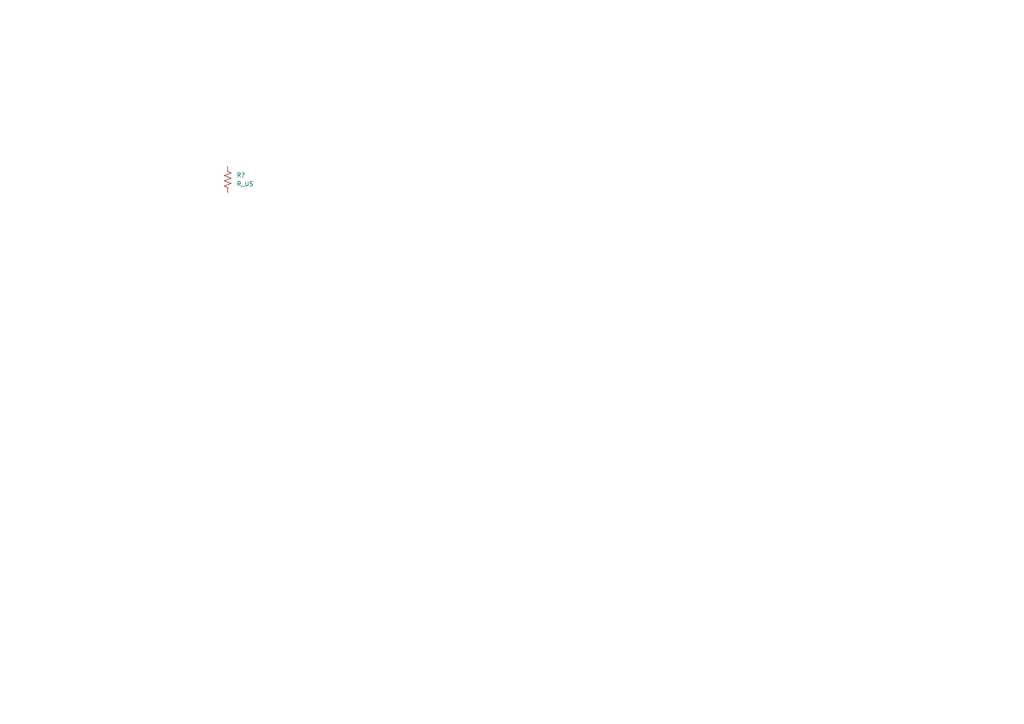
<source format=kicad_sch>
(kicad_sch (version 20231120) (generator "eeschema") (generator_version "8.0")
  (paper "A4")
  (lib_symbols
    (symbol "Device:R_US" (pin_numbers hide) (pin_names (offset 0))
      (property "Reference" "R" (at 2.54 0 90))
      (property "Value" "R_US" (at -2.54 0 90))
      (symbol "R_US_0_1"
        (polyline (pts (xy 0 -2.286) (xy 0 -2.54)))
        (polyline (pts (xy 0 2.286) (xy 0 2.54)))
        (polyline (pts (xy 0 -0.762) (xy 1.016 -1.143) (xy 0 -1.524) (xy -1.016 -1.905) (xy 0 -2.286)))
        (polyline (pts (xy 0 0.762) (xy 1.016 0.381) (xy 0 0) (xy -1.016 -0.381) (xy 0 -0.762)))
        (polyline (pts (xy 0 2.286) (xy 1.016 1.905) (xy 0 1.524) (xy -1.016 1.143) (xy 0 0.762)))
      )
      (symbol "R_US_1_1"
        (pin passive line (at 0 3.81 270) (length 1.27) (name "~") (number "1"))
        (pin passive line (at 0 -3.81 90) (length 1.27) (name "~") (number "2"))
      )
    )
  )
  (symbol (lib_id "Device:R_US") (at 66.04 52.07 0) (unit 1)
    (property "Reference" "R?" (at 68.58 50.7999 0) (effects (justify left)))
    (property "Value" "R_US" (at 68.58 53.3399 0) (effects (justify left)))
  )
)
</source>
